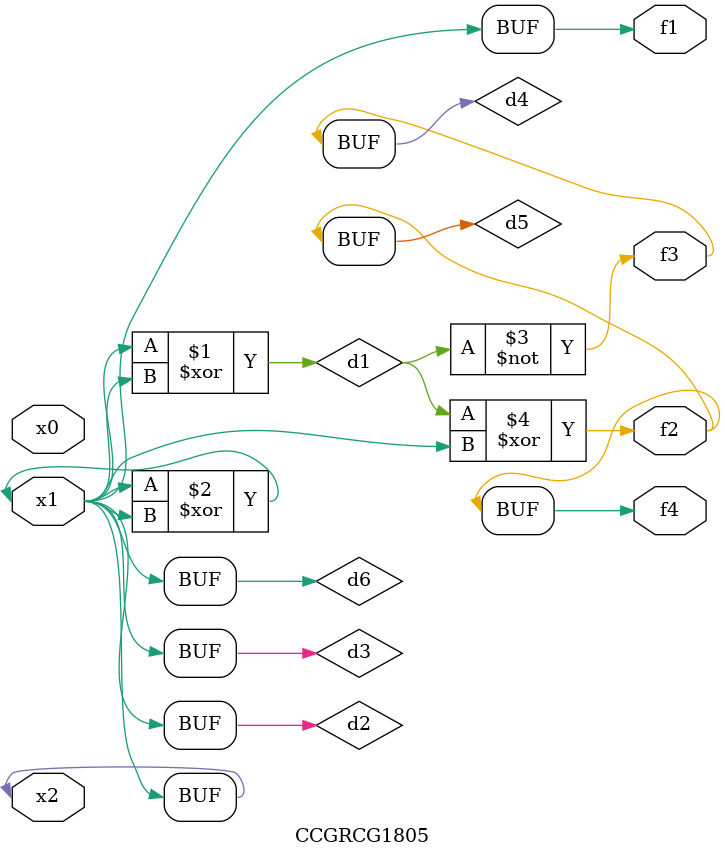
<source format=v>
module CCGRCG1805(
	input x0, x1, x2,
	output f1, f2, f3, f4
);

	wire d1, d2, d3, d4, d5, d6;

	xor (d1, x1, x2);
	buf (d2, x1, x2);
	xor (d3, x1, x2);
	nor (d4, d1);
	xor (d5, d1, d2);
	buf (d6, d2, d3);
	assign f1 = d6;
	assign f2 = d5;
	assign f3 = d4;
	assign f4 = d5;
endmodule

</source>
